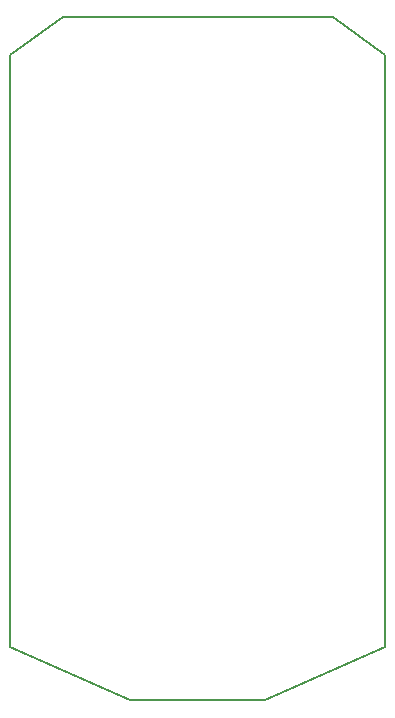
<source format=gbr>
G04 #@! TF.FileFunction,Profile,NP*
%FSLAX46Y46*%
G04 Gerber Fmt 4.6, Leading zero omitted, Abs format (unit mm)*
G04 Created by KiCad (PCBNEW 4.0.7-e2-6376~58~ubuntu16.04.1) date Tue Nov 14 14:50:52 2017*
%MOMM*%
%LPD*%
G01*
G04 APERTURE LIST*
%ADD10C,0.100000*%
%ADD11C,0.150000*%
G04 APERTURE END LIST*
D10*
D11*
X227330000Y-64770000D02*
X231775000Y-67945000D01*
X204470000Y-64770000D02*
X227330000Y-64770000D01*
X200025000Y-67945000D02*
X204470000Y-64770000D01*
X231775000Y-67945000D02*
X231775000Y-71755000D01*
X200025000Y-69215000D02*
X200025000Y-67945000D01*
X200025000Y-78105000D02*
X200025000Y-69215000D01*
X200025000Y-99695000D02*
X200025000Y-78105000D01*
X200025000Y-118110000D02*
X200025000Y-99695000D01*
X210185000Y-122555000D02*
X200025000Y-118110000D01*
X221615000Y-122555000D02*
X210185000Y-122555000D01*
X231775000Y-118110000D02*
X231775000Y-71755000D01*
X221615000Y-122555000D02*
X231775000Y-118110000D01*
M02*

</source>
